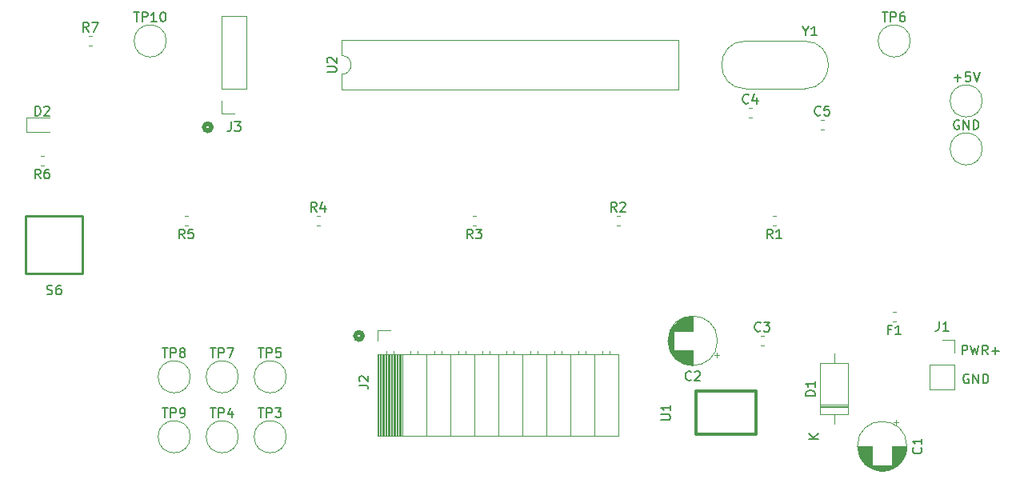
<source format=gto>
G04 #@! TF.GenerationSoftware,KiCad,Pcbnew,(5.1.0)-1*
G04 #@! TF.CreationDate,2019-04-13T14:57:07-07:00*
G04 #@! TF.ProjectId,AS.001.revA,41532e30-3031-42e7-9265-76412e6b6963,Rev A*
G04 #@! TF.SameCoordinates,Original*
G04 #@! TF.FileFunction,Legend,Top*
G04 #@! TF.FilePolarity,Positive*
%FSLAX46Y46*%
G04 Gerber Fmt 4.6, Leading zero omitted, Abs format (unit mm)*
G04 Created by KiCad (PCBNEW (5.1.0)-1) date 2019-04-13 14:57:07*
%MOMM*%
%LPD*%
G04 APERTURE LIST*
%ADD10C,0.150000*%
%ADD11C,0.508000*%
%ADD12C,0.120000*%
%ADD13C,0.254000*%
%ADD14C,0.300000*%
G04 APERTURE END LIST*
D10*
X153924095Y-91194000D02*
X153828857Y-91146380D01*
X153686000Y-91146380D01*
X153543142Y-91194000D01*
X153447904Y-91289238D01*
X153400285Y-91384476D01*
X153352666Y-91574952D01*
X153352666Y-91717809D01*
X153400285Y-91908285D01*
X153447904Y-92003523D01*
X153543142Y-92098761D01*
X153686000Y-92146380D01*
X153781238Y-92146380D01*
X153924095Y-92098761D01*
X153971714Y-92051142D01*
X153971714Y-91717809D01*
X153781238Y-91717809D01*
X154400285Y-92146380D02*
X154400285Y-91146380D01*
X154971714Y-92146380D01*
X154971714Y-91146380D01*
X155447904Y-92146380D02*
X155447904Y-91146380D01*
X155686000Y-91146380D01*
X155828857Y-91194000D01*
X155924095Y-91289238D01*
X155971714Y-91384476D01*
X156019333Y-91574952D01*
X156019333Y-91717809D01*
X155971714Y-91908285D01*
X155924095Y-92003523D01*
X155828857Y-92098761D01*
X155686000Y-92146380D01*
X155447904Y-92146380D01*
X153241619Y-89098380D02*
X153241619Y-88098380D01*
X153622571Y-88098380D01*
X153717809Y-88146000D01*
X153765428Y-88193619D01*
X153813047Y-88288857D01*
X153813047Y-88431714D01*
X153765428Y-88526952D01*
X153717809Y-88574571D01*
X153622571Y-88622190D01*
X153241619Y-88622190D01*
X154146380Y-88098380D02*
X154384476Y-89098380D01*
X154574952Y-88384095D01*
X154765428Y-89098380D01*
X155003523Y-88098380D01*
X155955904Y-89098380D02*
X155622571Y-88622190D01*
X155384476Y-89098380D02*
X155384476Y-88098380D01*
X155765428Y-88098380D01*
X155860666Y-88146000D01*
X155908285Y-88193619D01*
X155955904Y-88288857D01*
X155955904Y-88431714D01*
X155908285Y-88526952D01*
X155860666Y-88574571D01*
X155765428Y-88622190D01*
X155384476Y-88622190D01*
X156384476Y-88717428D02*
X157146380Y-88717428D01*
X156765428Y-89098380D02*
X156765428Y-88336476D01*
D11*
X73787000Y-65024000D02*
G75*
G03X73787000Y-65024000I-381000J0D01*
G01*
X89789000Y-87122000D02*
G75*
G03X89789000Y-87122000I-381000J0D01*
G01*
D12*
X146505000Y-96235225D02*
X146005000Y-96235225D01*
X146255000Y-95985225D02*
X146255000Y-96485225D01*
X145064000Y-101391000D02*
X144496000Y-101391000D01*
X145298000Y-101351000D02*
X144262000Y-101351000D01*
X145457000Y-101311000D02*
X144103000Y-101311000D01*
X145585000Y-101271000D02*
X143975000Y-101271000D01*
X145695000Y-101231000D02*
X143865000Y-101231000D01*
X145791000Y-101191000D02*
X143769000Y-101191000D01*
X145878000Y-101151000D02*
X143682000Y-101151000D01*
X145958000Y-101111000D02*
X143602000Y-101111000D01*
X146031000Y-101071000D02*
X143529000Y-101071000D01*
X146099000Y-101031000D02*
X143461000Y-101031000D01*
X146163000Y-100991000D02*
X143397000Y-100991000D01*
X146223000Y-100951000D02*
X143337000Y-100951000D01*
X146280000Y-100911000D02*
X143280000Y-100911000D01*
X146334000Y-100871000D02*
X143226000Y-100871000D01*
X146385000Y-100831000D02*
X143175000Y-100831000D01*
X143740000Y-100791000D02*
X143127000Y-100791000D01*
X146433000Y-100791000D02*
X145820000Y-100791000D01*
X143740000Y-100751000D02*
X143081000Y-100751000D01*
X146479000Y-100751000D02*
X145820000Y-100751000D01*
X143740000Y-100711000D02*
X143037000Y-100711000D01*
X146523000Y-100711000D02*
X145820000Y-100711000D01*
X143740000Y-100671000D02*
X142995000Y-100671000D01*
X146565000Y-100671000D02*
X145820000Y-100671000D01*
X143740000Y-100631000D02*
X142954000Y-100631000D01*
X146606000Y-100631000D02*
X145820000Y-100631000D01*
X143740000Y-100591000D02*
X142916000Y-100591000D01*
X146644000Y-100591000D02*
X145820000Y-100591000D01*
X143740000Y-100551000D02*
X142879000Y-100551000D01*
X146681000Y-100551000D02*
X145820000Y-100551000D01*
X143740000Y-100511000D02*
X142843000Y-100511000D01*
X146717000Y-100511000D02*
X145820000Y-100511000D01*
X143740000Y-100471000D02*
X142809000Y-100471000D01*
X146751000Y-100471000D02*
X145820000Y-100471000D01*
X143740000Y-100431000D02*
X142776000Y-100431000D01*
X146784000Y-100431000D02*
X145820000Y-100431000D01*
X143740000Y-100391000D02*
X142745000Y-100391000D01*
X146815000Y-100391000D02*
X145820000Y-100391000D01*
X143740000Y-100351000D02*
X142715000Y-100351000D01*
X146845000Y-100351000D02*
X145820000Y-100351000D01*
X143740000Y-100311000D02*
X142685000Y-100311000D01*
X146875000Y-100311000D02*
X145820000Y-100311000D01*
X143740000Y-100271000D02*
X142658000Y-100271000D01*
X146902000Y-100271000D02*
X145820000Y-100271000D01*
X143740000Y-100231000D02*
X142631000Y-100231000D01*
X146929000Y-100231000D02*
X145820000Y-100231000D01*
X143740000Y-100191000D02*
X142605000Y-100191000D01*
X146955000Y-100191000D02*
X145820000Y-100191000D01*
X143740000Y-100151000D02*
X142580000Y-100151000D01*
X146980000Y-100151000D02*
X145820000Y-100151000D01*
X143740000Y-100111000D02*
X142556000Y-100111000D01*
X147004000Y-100111000D02*
X145820000Y-100111000D01*
X143740000Y-100071000D02*
X142533000Y-100071000D01*
X147027000Y-100071000D02*
X145820000Y-100071000D01*
X143740000Y-100031000D02*
X142512000Y-100031000D01*
X147048000Y-100031000D02*
X145820000Y-100031000D01*
X143740000Y-99991000D02*
X142490000Y-99991000D01*
X147070000Y-99991000D02*
X145820000Y-99991000D01*
X143740000Y-99951000D02*
X142470000Y-99951000D01*
X147090000Y-99951000D02*
X145820000Y-99951000D01*
X143740000Y-99911000D02*
X142451000Y-99911000D01*
X147109000Y-99911000D02*
X145820000Y-99911000D01*
X143740000Y-99871000D02*
X142432000Y-99871000D01*
X147128000Y-99871000D02*
X145820000Y-99871000D01*
X143740000Y-99831000D02*
X142415000Y-99831000D01*
X147145000Y-99831000D02*
X145820000Y-99831000D01*
X143740000Y-99791000D02*
X142398000Y-99791000D01*
X147162000Y-99791000D02*
X145820000Y-99791000D01*
X143740000Y-99751000D02*
X142382000Y-99751000D01*
X147178000Y-99751000D02*
X145820000Y-99751000D01*
X143740000Y-99711000D02*
X142366000Y-99711000D01*
X147194000Y-99711000D02*
X145820000Y-99711000D01*
X143740000Y-99671000D02*
X142352000Y-99671000D01*
X147208000Y-99671000D02*
X145820000Y-99671000D01*
X143740000Y-99631000D02*
X142338000Y-99631000D01*
X147222000Y-99631000D02*
X145820000Y-99631000D01*
X143740000Y-99591000D02*
X142325000Y-99591000D01*
X147235000Y-99591000D02*
X145820000Y-99591000D01*
X143740000Y-99551000D02*
X142312000Y-99551000D01*
X147248000Y-99551000D02*
X145820000Y-99551000D01*
X143740000Y-99511000D02*
X142300000Y-99511000D01*
X147260000Y-99511000D02*
X145820000Y-99511000D01*
X143740000Y-99470000D02*
X142289000Y-99470000D01*
X147271000Y-99470000D02*
X145820000Y-99470000D01*
X143740000Y-99430000D02*
X142279000Y-99430000D01*
X147281000Y-99430000D02*
X145820000Y-99430000D01*
X143740000Y-99390000D02*
X142269000Y-99390000D01*
X147291000Y-99390000D02*
X145820000Y-99390000D01*
X143740000Y-99350000D02*
X142260000Y-99350000D01*
X147300000Y-99350000D02*
X145820000Y-99350000D01*
X143740000Y-99310000D02*
X142252000Y-99310000D01*
X147308000Y-99310000D02*
X145820000Y-99310000D01*
X143740000Y-99270000D02*
X142244000Y-99270000D01*
X147316000Y-99270000D02*
X145820000Y-99270000D01*
X143740000Y-99230000D02*
X142237000Y-99230000D01*
X147323000Y-99230000D02*
X145820000Y-99230000D01*
X143740000Y-99190000D02*
X142230000Y-99190000D01*
X147330000Y-99190000D02*
X145820000Y-99190000D01*
X143740000Y-99150000D02*
X142224000Y-99150000D01*
X147336000Y-99150000D02*
X145820000Y-99150000D01*
X143740000Y-99110000D02*
X142219000Y-99110000D01*
X147341000Y-99110000D02*
X145820000Y-99110000D01*
X143740000Y-99070000D02*
X142215000Y-99070000D01*
X147345000Y-99070000D02*
X145820000Y-99070000D01*
X143740000Y-99030000D02*
X142211000Y-99030000D01*
X147349000Y-99030000D02*
X145820000Y-99030000D01*
X143740000Y-98990000D02*
X142207000Y-98990000D01*
X147353000Y-98990000D02*
X145820000Y-98990000D01*
X143740000Y-98950000D02*
X142204000Y-98950000D01*
X147356000Y-98950000D02*
X145820000Y-98950000D01*
X143740000Y-98910000D02*
X142202000Y-98910000D01*
X147358000Y-98910000D02*
X145820000Y-98910000D01*
X143740000Y-98870000D02*
X142201000Y-98870000D01*
X147359000Y-98870000D02*
X145820000Y-98870000D01*
X147360000Y-98830000D02*
X145820000Y-98830000D01*
X143740000Y-98830000D02*
X142200000Y-98830000D01*
X147360000Y-98790000D02*
X145820000Y-98790000D01*
X143740000Y-98790000D02*
X142200000Y-98790000D01*
X147400000Y-98790000D02*
G75*
G03X147400000Y-98790000I-2620000J0D01*
G01*
X127350000Y-87630000D02*
G75*
G03X127350000Y-87630000I-2620000J0D01*
G01*
X124730000Y-86590000D02*
X124730000Y-85050000D01*
X124730000Y-90210000D02*
X124730000Y-88670000D01*
X124690000Y-86590000D02*
X124690000Y-85050000D01*
X124690000Y-90210000D02*
X124690000Y-88670000D01*
X124650000Y-90209000D02*
X124650000Y-88670000D01*
X124650000Y-86590000D02*
X124650000Y-85051000D01*
X124610000Y-90208000D02*
X124610000Y-88670000D01*
X124610000Y-86590000D02*
X124610000Y-85052000D01*
X124570000Y-90206000D02*
X124570000Y-88670000D01*
X124570000Y-86590000D02*
X124570000Y-85054000D01*
X124530000Y-90203000D02*
X124530000Y-88670000D01*
X124530000Y-86590000D02*
X124530000Y-85057000D01*
X124490000Y-90199000D02*
X124490000Y-88670000D01*
X124490000Y-86590000D02*
X124490000Y-85061000D01*
X124450000Y-90195000D02*
X124450000Y-88670000D01*
X124450000Y-86590000D02*
X124450000Y-85065000D01*
X124410000Y-90191000D02*
X124410000Y-88670000D01*
X124410000Y-86590000D02*
X124410000Y-85069000D01*
X124370000Y-90186000D02*
X124370000Y-88670000D01*
X124370000Y-86590000D02*
X124370000Y-85074000D01*
X124330000Y-90180000D02*
X124330000Y-88670000D01*
X124330000Y-86590000D02*
X124330000Y-85080000D01*
X124290000Y-90173000D02*
X124290000Y-88670000D01*
X124290000Y-86590000D02*
X124290000Y-85087000D01*
X124250000Y-90166000D02*
X124250000Y-88670000D01*
X124250000Y-86590000D02*
X124250000Y-85094000D01*
X124210000Y-90158000D02*
X124210000Y-88670000D01*
X124210000Y-86590000D02*
X124210000Y-85102000D01*
X124170000Y-90150000D02*
X124170000Y-88670000D01*
X124170000Y-86590000D02*
X124170000Y-85110000D01*
X124130000Y-90141000D02*
X124130000Y-88670000D01*
X124130000Y-86590000D02*
X124130000Y-85119000D01*
X124090000Y-90131000D02*
X124090000Y-88670000D01*
X124090000Y-86590000D02*
X124090000Y-85129000D01*
X124050000Y-90121000D02*
X124050000Y-88670000D01*
X124050000Y-86590000D02*
X124050000Y-85139000D01*
X124009000Y-90110000D02*
X124009000Y-88670000D01*
X124009000Y-86590000D02*
X124009000Y-85150000D01*
X123969000Y-90098000D02*
X123969000Y-88670000D01*
X123969000Y-86590000D02*
X123969000Y-85162000D01*
X123929000Y-90085000D02*
X123929000Y-88670000D01*
X123929000Y-86590000D02*
X123929000Y-85175000D01*
X123889000Y-90072000D02*
X123889000Y-88670000D01*
X123889000Y-86590000D02*
X123889000Y-85188000D01*
X123849000Y-90058000D02*
X123849000Y-88670000D01*
X123849000Y-86590000D02*
X123849000Y-85202000D01*
X123809000Y-90044000D02*
X123809000Y-88670000D01*
X123809000Y-86590000D02*
X123809000Y-85216000D01*
X123769000Y-90028000D02*
X123769000Y-88670000D01*
X123769000Y-86590000D02*
X123769000Y-85232000D01*
X123729000Y-90012000D02*
X123729000Y-88670000D01*
X123729000Y-86590000D02*
X123729000Y-85248000D01*
X123689000Y-89995000D02*
X123689000Y-88670000D01*
X123689000Y-86590000D02*
X123689000Y-85265000D01*
X123649000Y-89978000D02*
X123649000Y-88670000D01*
X123649000Y-86590000D02*
X123649000Y-85282000D01*
X123609000Y-89959000D02*
X123609000Y-88670000D01*
X123609000Y-86590000D02*
X123609000Y-85301000D01*
X123569000Y-89940000D02*
X123569000Y-88670000D01*
X123569000Y-86590000D02*
X123569000Y-85320000D01*
X123529000Y-89920000D02*
X123529000Y-88670000D01*
X123529000Y-86590000D02*
X123529000Y-85340000D01*
X123489000Y-89898000D02*
X123489000Y-88670000D01*
X123489000Y-86590000D02*
X123489000Y-85362000D01*
X123449000Y-89877000D02*
X123449000Y-88670000D01*
X123449000Y-86590000D02*
X123449000Y-85383000D01*
X123409000Y-89854000D02*
X123409000Y-88670000D01*
X123409000Y-86590000D02*
X123409000Y-85406000D01*
X123369000Y-89830000D02*
X123369000Y-88670000D01*
X123369000Y-86590000D02*
X123369000Y-85430000D01*
X123329000Y-89805000D02*
X123329000Y-88670000D01*
X123329000Y-86590000D02*
X123329000Y-85455000D01*
X123289000Y-89779000D02*
X123289000Y-88670000D01*
X123289000Y-86590000D02*
X123289000Y-85481000D01*
X123249000Y-89752000D02*
X123249000Y-88670000D01*
X123249000Y-86590000D02*
X123249000Y-85508000D01*
X123209000Y-89725000D02*
X123209000Y-88670000D01*
X123209000Y-86590000D02*
X123209000Y-85535000D01*
X123169000Y-89695000D02*
X123169000Y-88670000D01*
X123169000Y-86590000D02*
X123169000Y-85565000D01*
X123129000Y-89665000D02*
X123129000Y-88670000D01*
X123129000Y-86590000D02*
X123129000Y-85595000D01*
X123089000Y-89634000D02*
X123089000Y-88670000D01*
X123089000Y-86590000D02*
X123089000Y-85626000D01*
X123049000Y-89601000D02*
X123049000Y-88670000D01*
X123049000Y-86590000D02*
X123049000Y-85659000D01*
X123009000Y-89567000D02*
X123009000Y-88670000D01*
X123009000Y-86590000D02*
X123009000Y-85693000D01*
X122969000Y-89531000D02*
X122969000Y-88670000D01*
X122969000Y-86590000D02*
X122969000Y-85729000D01*
X122929000Y-89494000D02*
X122929000Y-88670000D01*
X122929000Y-86590000D02*
X122929000Y-85766000D01*
X122889000Y-89456000D02*
X122889000Y-88670000D01*
X122889000Y-86590000D02*
X122889000Y-85804000D01*
X122849000Y-89415000D02*
X122849000Y-88670000D01*
X122849000Y-86590000D02*
X122849000Y-85845000D01*
X122809000Y-89373000D02*
X122809000Y-88670000D01*
X122809000Y-86590000D02*
X122809000Y-85887000D01*
X122769000Y-89329000D02*
X122769000Y-88670000D01*
X122769000Y-86590000D02*
X122769000Y-85931000D01*
X122729000Y-89283000D02*
X122729000Y-88670000D01*
X122729000Y-86590000D02*
X122729000Y-85977000D01*
X122689000Y-89235000D02*
X122689000Y-86025000D01*
X122649000Y-89184000D02*
X122649000Y-86076000D01*
X122609000Y-89130000D02*
X122609000Y-86130000D01*
X122569000Y-89073000D02*
X122569000Y-86187000D01*
X122529000Y-89013000D02*
X122529000Y-86247000D01*
X122489000Y-88949000D02*
X122489000Y-86311000D01*
X122449000Y-88881000D02*
X122449000Y-86379000D01*
X122409000Y-88808000D02*
X122409000Y-86452000D01*
X122369000Y-88728000D02*
X122369000Y-86532000D01*
X122329000Y-88641000D02*
X122329000Y-86619000D01*
X122289000Y-88545000D02*
X122289000Y-86715000D01*
X122249000Y-88435000D02*
X122249000Y-86825000D01*
X122209000Y-88307000D02*
X122209000Y-86953000D01*
X122169000Y-88148000D02*
X122169000Y-87112000D01*
X122129000Y-87914000D02*
X122129000Y-87346000D01*
X127534775Y-89105000D02*
X127034775Y-89105000D01*
X127284775Y-89355000D02*
X127284775Y-88855000D01*
X138230000Y-95430000D02*
X141170000Y-95430000D01*
X141170000Y-95430000D02*
X141170000Y-89990000D01*
X141170000Y-89990000D02*
X138230000Y-89990000D01*
X138230000Y-89990000D02*
X138230000Y-95430000D01*
X139700000Y-96450000D02*
X139700000Y-95430000D01*
X139700000Y-88970000D02*
X139700000Y-89990000D01*
X138230000Y-94530000D02*
X141170000Y-94530000D01*
X138230000Y-94410000D02*
X141170000Y-94410000D01*
X138230000Y-94650000D02*
X141170000Y-94650000D01*
X149800000Y-90170000D02*
X152460000Y-90170000D01*
X149800000Y-90170000D02*
X149800000Y-92770000D01*
X149800000Y-92770000D02*
X152460000Y-92770000D01*
X152460000Y-90170000D02*
X152460000Y-92770000D01*
X152460000Y-87570000D02*
X152460000Y-88900000D01*
X151130000Y-87570000D02*
X152460000Y-87570000D01*
X91500000Y-97720000D02*
X91500000Y-89090000D01*
X91618095Y-97720000D02*
X91618095Y-89090000D01*
X91736190Y-97720000D02*
X91736190Y-89090000D01*
X91854285Y-97720000D02*
X91854285Y-89090000D01*
X91972380Y-97720000D02*
X91972380Y-89090000D01*
X92090475Y-97720000D02*
X92090475Y-89090000D01*
X92208570Y-97720000D02*
X92208570Y-89090000D01*
X92326665Y-97720000D02*
X92326665Y-89090000D01*
X92444760Y-97720000D02*
X92444760Y-89090000D01*
X92562855Y-97720000D02*
X92562855Y-89090000D01*
X92680950Y-97720000D02*
X92680950Y-89090000D01*
X92799045Y-97720000D02*
X92799045Y-89090000D01*
X92917140Y-97720000D02*
X92917140Y-89090000D01*
X93035235Y-97720000D02*
X93035235Y-89090000D01*
X93153330Y-97720000D02*
X93153330Y-89090000D01*
X93271425Y-97720000D02*
X93271425Y-89090000D01*
X93389520Y-97720000D02*
X93389520Y-89090000D01*
X93507615Y-97720000D02*
X93507615Y-89090000D01*
X93625710Y-97720000D02*
X93625710Y-89090000D01*
X93743805Y-97720000D02*
X93743805Y-89090000D01*
X93861900Y-97720000D02*
X93861900Y-89090000D01*
X92350000Y-89090000D02*
X92350000Y-88740000D01*
X93070000Y-89090000D02*
X93070000Y-88740000D01*
X94890000Y-89090000D02*
X94890000Y-88680000D01*
X95610000Y-89090000D02*
X95610000Y-88680000D01*
X97430000Y-89090000D02*
X97430000Y-88680000D01*
X98150000Y-89090000D02*
X98150000Y-88680000D01*
X99970000Y-89090000D02*
X99970000Y-88680000D01*
X100690000Y-89090000D02*
X100690000Y-88680000D01*
X102510000Y-89090000D02*
X102510000Y-88680000D01*
X103230000Y-89090000D02*
X103230000Y-88680000D01*
X105050000Y-89090000D02*
X105050000Y-88680000D01*
X105770000Y-89090000D02*
X105770000Y-88680000D01*
X107590000Y-89090000D02*
X107590000Y-88680000D01*
X108310000Y-89090000D02*
X108310000Y-88680000D01*
X110130000Y-89090000D02*
X110130000Y-88680000D01*
X110850000Y-89090000D02*
X110850000Y-88680000D01*
X112670000Y-89090000D02*
X112670000Y-88680000D01*
X113390000Y-89090000D02*
X113390000Y-88680000D01*
X115210000Y-89090000D02*
X115210000Y-88680000D01*
X115930000Y-89090000D02*
X115930000Y-88680000D01*
X93980000Y-97720000D02*
X93980000Y-89090000D01*
X96520000Y-97720000D02*
X96520000Y-89090000D01*
X99060000Y-97720000D02*
X99060000Y-89090000D01*
X101600000Y-97720000D02*
X101600000Y-89090000D01*
X104140000Y-97720000D02*
X104140000Y-89090000D01*
X106680000Y-97720000D02*
X106680000Y-89090000D01*
X109220000Y-97720000D02*
X109220000Y-89090000D01*
X111760000Y-97720000D02*
X111760000Y-89090000D01*
X114300000Y-97720000D02*
X114300000Y-89090000D01*
X91380000Y-97720000D02*
X91380000Y-89090000D01*
X91380000Y-89090000D02*
X116900000Y-89090000D01*
X116900000Y-97720000D02*
X116900000Y-89090000D01*
X91380000Y-97720000D02*
X116900000Y-97720000D01*
X91380000Y-86520000D02*
X92710000Y-86520000D01*
X91380000Y-87630000D02*
X91380000Y-86520000D01*
X77530000Y-60960000D02*
X74870000Y-60960000D01*
X77530000Y-60960000D02*
X77530000Y-53280000D01*
X77530000Y-53280000D02*
X74870000Y-53280000D01*
X74870000Y-60960000D02*
X74870000Y-53280000D01*
X74870000Y-63560000D02*
X74870000Y-62230000D01*
X76200000Y-63560000D02*
X74870000Y-63560000D01*
D13*
X60172600Y-80492600D02*
X54127400Y-80492600D01*
X60172600Y-74447400D02*
X54127400Y-74447400D01*
X60172600Y-80492600D02*
X60172600Y-74447400D01*
X54127400Y-80492600D02*
X54127400Y-74447400D01*
D12*
X155370000Y-62230000D02*
G75*
G03X155370000Y-62230000I-1700000J0D01*
G01*
X155370000Y-67310000D02*
G75*
G03X155370000Y-67310000I-1700000J0D01*
G01*
X81710000Y-97790000D02*
G75*
G03X81710000Y-97790000I-1700000J0D01*
G01*
X76630000Y-97790000D02*
G75*
G03X76630000Y-97790000I-1700000J0D01*
G01*
X81710000Y-91440000D02*
G75*
G03X81710000Y-91440000I-1700000J0D01*
G01*
X147750000Y-55880000D02*
G75*
G03X147750000Y-55880000I-1700000J0D01*
G01*
X76630000Y-91440000D02*
G75*
G03X76630000Y-91440000I-1700000J0D01*
G01*
X71550000Y-91440000D02*
G75*
G03X71550000Y-91440000I-1700000J0D01*
G01*
X71550000Y-97790000D02*
G75*
G03X71550000Y-97790000I-1700000J0D01*
G01*
X69010000Y-55880000D02*
G75*
G03X69010000Y-55880000I-1700000J0D01*
G01*
D14*
X125120000Y-97550000D02*
X125120000Y-92950000D01*
X131420000Y-97550000D02*
X131420000Y-92950000D01*
X125120000Y-97550000D02*
X131420000Y-97550000D01*
X125120000Y-92950000D02*
X131420000Y-92950000D01*
D12*
X87570000Y-57420000D02*
G75*
G02X87570000Y-59420000I0J-1000000D01*
G01*
X87570000Y-59420000D02*
X87570000Y-61070000D01*
X87570000Y-61070000D02*
X123250000Y-61070000D01*
X123250000Y-61070000D02*
X123250000Y-55770000D01*
X123250000Y-55770000D02*
X87570000Y-55770000D01*
X87570000Y-55770000D02*
X87570000Y-57420000D01*
X136575000Y-60945000D02*
X130325000Y-60945000D01*
X136575000Y-55895000D02*
X130325000Y-55895000D01*
X136575000Y-55895000D02*
G75*
G02X136575000Y-60945000I0J-2525000D01*
G01*
X130325000Y-55895000D02*
G75*
G03X130325000Y-60945000I0J-2525000D01*
G01*
X131908733Y-87120000D02*
X132251267Y-87120000D01*
X131908733Y-88140000D02*
X132251267Y-88140000D01*
X130638733Y-62990000D02*
X130981267Y-62990000D01*
X130638733Y-64010000D02*
X130981267Y-64010000D01*
X138258733Y-65280000D02*
X138601267Y-65280000D01*
X138258733Y-64260000D02*
X138601267Y-64260000D01*
X56680000Y-64035000D02*
X54220000Y-64035000D01*
X54220000Y-64035000D02*
X54220000Y-65505000D01*
X54220000Y-65505000D02*
X56680000Y-65505000D01*
X146221267Y-85600000D02*
X145878733Y-85600000D01*
X146221267Y-84580000D02*
X145878733Y-84580000D01*
X133521267Y-74420000D02*
X133178733Y-74420000D01*
X133521267Y-75440000D02*
X133178733Y-75440000D01*
X116668733Y-75440000D02*
X117011267Y-75440000D01*
X116668733Y-74420000D02*
X117011267Y-74420000D01*
X101771267Y-75440000D02*
X101428733Y-75440000D01*
X101771267Y-74420000D02*
X101428733Y-74420000D01*
X84918733Y-74420000D02*
X85261267Y-74420000D01*
X84918733Y-75440000D02*
X85261267Y-75440000D01*
X71291267Y-74420000D02*
X70948733Y-74420000D01*
X71291267Y-75440000D02*
X70948733Y-75440000D01*
X56051267Y-69090000D02*
X55708733Y-69090000D01*
X56051267Y-68070000D02*
X55708733Y-68070000D01*
X60788733Y-56390000D02*
X61131267Y-56390000D01*
X60788733Y-55370000D02*
X61131267Y-55370000D01*
D10*
X148887142Y-98956666D02*
X148934761Y-99004285D01*
X148982380Y-99147142D01*
X148982380Y-99242380D01*
X148934761Y-99385238D01*
X148839523Y-99480476D01*
X148744285Y-99528095D01*
X148553809Y-99575714D01*
X148410952Y-99575714D01*
X148220476Y-99528095D01*
X148125238Y-99480476D01*
X148030000Y-99385238D01*
X147982380Y-99242380D01*
X147982380Y-99147142D01*
X148030000Y-99004285D01*
X148077619Y-98956666D01*
X148982380Y-98004285D02*
X148982380Y-98575714D01*
X148982380Y-98290000D02*
X147982380Y-98290000D01*
X148125238Y-98385238D01*
X148220476Y-98480476D01*
X148268095Y-98575714D01*
X124563333Y-91737142D02*
X124515714Y-91784761D01*
X124372857Y-91832380D01*
X124277619Y-91832380D01*
X124134761Y-91784761D01*
X124039523Y-91689523D01*
X123991904Y-91594285D01*
X123944285Y-91403809D01*
X123944285Y-91260952D01*
X123991904Y-91070476D01*
X124039523Y-90975238D01*
X124134761Y-90880000D01*
X124277619Y-90832380D01*
X124372857Y-90832380D01*
X124515714Y-90880000D01*
X124563333Y-90927619D01*
X124944285Y-90927619D02*
X124991904Y-90880000D01*
X125087142Y-90832380D01*
X125325238Y-90832380D01*
X125420476Y-90880000D01*
X125468095Y-90927619D01*
X125515714Y-91022857D01*
X125515714Y-91118095D01*
X125468095Y-91260952D01*
X124896666Y-91832380D01*
X125515714Y-91832380D01*
X137682380Y-93448095D02*
X136682380Y-93448095D01*
X136682380Y-93210000D01*
X136730000Y-93067142D01*
X136825238Y-92971904D01*
X136920476Y-92924285D01*
X137110952Y-92876666D01*
X137253809Y-92876666D01*
X137444285Y-92924285D01*
X137539523Y-92971904D01*
X137634761Y-93067142D01*
X137682380Y-93210000D01*
X137682380Y-93448095D01*
X137682380Y-91924285D02*
X137682380Y-92495714D01*
X137682380Y-92210000D02*
X136682380Y-92210000D01*
X136825238Y-92305238D01*
X136920476Y-92400476D01*
X136968095Y-92495714D01*
X138052380Y-98051904D02*
X137052380Y-98051904D01*
X138052380Y-97480476D02*
X137480952Y-97909047D01*
X137052380Y-97480476D02*
X137623809Y-98051904D01*
X150796666Y-85582380D02*
X150796666Y-86296666D01*
X150749047Y-86439523D01*
X150653809Y-86534761D01*
X150510952Y-86582380D01*
X150415714Y-86582380D01*
X151796666Y-86582380D02*
X151225238Y-86582380D01*
X151510952Y-86582380D02*
X151510952Y-85582380D01*
X151415714Y-85725238D01*
X151320476Y-85820476D01*
X151225238Y-85868095D01*
X89392380Y-92343333D02*
X90106666Y-92343333D01*
X90249523Y-92390952D01*
X90344761Y-92486190D01*
X90392380Y-92629047D01*
X90392380Y-92724285D01*
X89487619Y-91914761D02*
X89440000Y-91867142D01*
X89392380Y-91771904D01*
X89392380Y-91533809D01*
X89440000Y-91438571D01*
X89487619Y-91390952D01*
X89582857Y-91343333D01*
X89678095Y-91343333D01*
X89820952Y-91390952D01*
X90392380Y-91962380D01*
X90392380Y-91343333D01*
X75866666Y-64452380D02*
X75866666Y-65166666D01*
X75819047Y-65309523D01*
X75723809Y-65404761D01*
X75580952Y-65452380D01*
X75485714Y-65452380D01*
X76247619Y-64452380D02*
X76866666Y-64452380D01*
X76533333Y-64833333D01*
X76676190Y-64833333D01*
X76771428Y-64880952D01*
X76819047Y-64928571D01*
X76866666Y-65023809D01*
X76866666Y-65261904D01*
X76819047Y-65357142D01*
X76771428Y-65404761D01*
X76676190Y-65452380D01*
X76390476Y-65452380D01*
X76295238Y-65404761D01*
X76247619Y-65357142D01*
X56388095Y-82700761D02*
X56530952Y-82748380D01*
X56769047Y-82748380D01*
X56864285Y-82700761D01*
X56911904Y-82653142D01*
X56959523Y-82557904D01*
X56959523Y-82462666D01*
X56911904Y-82367428D01*
X56864285Y-82319809D01*
X56769047Y-82272190D01*
X56578571Y-82224571D01*
X56483333Y-82176952D01*
X56435714Y-82129333D01*
X56388095Y-82034095D01*
X56388095Y-81938857D01*
X56435714Y-81843619D01*
X56483333Y-81796000D01*
X56578571Y-81748380D01*
X56816666Y-81748380D01*
X56959523Y-81796000D01*
X57816666Y-81748380D02*
X57626190Y-81748380D01*
X57530952Y-81796000D01*
X57483333Y-81843619D01*
X57388095Y-81986476D01*
X57340476Y-82176952D01*
X57340476Y-82557904D01*
X57388095Y-82653142D01*
X57435714Y-82700761D01*
X57530952Y-82748380D01*
X57721428Y-82748380D01*
X57816666Y-82700761D01*
X57864285Y-82653142D01*
X57911904Y-82557904D01*
X57911904Y-82319809D01*
X57864285Y-82224571D01*
X57816666Y-82176952D01*
X57721428Y-82129333D01*
X57530952Y-82129333D01*
X57435714Y-82176952D01*
X57388095Y-82224571D01*
X57340476Y-82319809D01*
X152384285Y-59803428D02*
X153146190Y-59803428D01*
X152765238Y-60184380D02*
X152765238Y-59422476D01*
X154098571Y-59184380D02*
X153622380Y-59184380D01*
X153574761Y-59660571D01*
X153622380Y-59612952D01*
X153717619Y-59565333D01*
X153955714Y-59565333D01*
X154050952Y-59612952D01*
X154098571Y-59660571D01*
X154146190Y-59755809D01*
X154146190Y-59993904D01*
X154098571Y-60089142D01*
X154050952Y-60136761D01*
X153955714Y-60184380D01*
X153717619Y-60184380D01*
X153622380Y-60136761D01*
X153574761Y-60089142D01*
X154431904Y-59184380D02*
X154765238Y-60184380D01*
X155098571Y-59184380D01*
X152908095Y-64312000D02*
X152812857Y-64264380D01*
X152670000Y-64264380D01*
X152527142Y-64312000D01*
X152431904Y-64407238D01*
X152384285Y-64502476D01*
X152336666Y-64692952D01*
X152336666Y-64835809D01*
X152384285Y-65026285D01*
X152431904Y-65121523D01*
X152527142Y-65216761D01*
X152670000Y-65264380D01*
X152765238Y-65264380D01*
X152908095Y-65216761D01*
X152955714Y-65169142D01*
X152955714Y-64835809D01*
X152765238Y-64835809D01*
X153384285Y-65264380D02*
X153384285Y-64264380D01*
X153955714Y-65264380D01*
X153955714Y-64264380D01*
X154431904Y-65264380D02*
X154431904Y-64264380D01*
X154670000Y-64264380D01*
X154812857Y-64312000D01*
X154908095Y-64407238D01*
X154955714Y-64502476D01*
X155003333Y-64692952D01*
X155003333Y-64835809D01*
X154955714Y-65026285D01*
X154908095Y-65121523D01*
X154812857Y-65216761D01*
X154670000Y-65264380D01*
X154431904Y-65264380D01*
X78748095Y-94744380D02*
X79319523Y-94744380D01*
X79033809Y-95744380D02*
X79033809Y-94744380D01*
X79652857Y-95744380D02*
X79652857Y-94744380D01*
X80033809Y-94744380D01*
X80129047Y-94792000D01*
X80176666Y-94839619D01*
X80224285Y-94934857D01*
X80224285Y-95077714D01*
X80176666Y-95172952D01*
X80129047Y-95220571D01*
X80033809Y-95268190D01*
X79652857Y-95268190D01*
X80557619Y-94744380D02*
X81176666Y-94744380D01*
X80843333Y-95125333D01*
X80986190Y-95125333D01*
X81081428Y-95172952D01*
X81129047Y-95220571D01*
X81176666Y-95315809D01*
X81176666Y-95553904D01*
X81129047Y-95649142D01*
X81081428Y-95696761D01*
X80986190Y-95744380D01*
X80700476Y-95744380D01*
X80605238Y-95696761D01*
X80557619Y-95649142D01*
X73668095Y-94744380D02*
X74239523Y-94744380D01*
X73953809Y-95744380D02*
X73953809Y-94744380D01*
X74572857Y-95744380D02*
X74572857Y-94744380D01*
X74953809Y-94744380D01*
X75049047Y-94792000D01*
X75096666Y-94839619D01*
X75144285Y-94934857D01*
X75144285Y-95077714D01*
X75096666Y-95172952D01*
X75049047Y-95220571D01*
X74953809Y-95268190D01*
X74572857Y-95268190D01*
X76001428Y-95077714D02*
X76001428Y-95744380D01*
X75763333Y-94696761D02*
X75525238Y-95411047D01*
X76144285Y-95411047D01*
X78748095Y-88394380D02*
X79319523Y-88394380D01*
X79033809Y-89394380D02*
X79033809Y-88394380D01*
X79652857Y-89394380D02*
X79652857Y-88394380D01*
X80033809Y-88394380D01*
X80129047Y-88442000D01*
X80176666Y-88489619D01*
X80224285Y-88584857D01*
X80224285Y-88727714D01*
X80176666Y-88822952D01*
X80129047Y-88870571D01*
X80033809Y-88918190D01*
X79652857Y-88918190D01*
X81129047Y-88394380D02*
X80652857Y-88394380D01*
X80605238Y-88870571D01*
X80652857Y-88822952D01*
X80748095Y-88775333D01*
X80986190Y-88775333D01*
X81081428Y-88822952D01*
X81129047Y-88870571D01*
X81176666Y-88965809D01*
X81176666Y-89203904D01*
X81129047Y-89299142D01*
X81081428Y-89346761D01*
X80986190Y-89394380D01*
X80748095Y-89394380D01*
X80652857Y-89346761D01*
X80605238Y-89299142D01*
X144788095Y-52834380D02*
X145359523Y-52834380D01*
X145073809Y-53834380D02*
X145073809Y-52834380D01*
X145692857Y-53834380D02*
X145692857Y-52834380D01*
X146073809Y-52834380D01*
X146169047Y-52882000D01*
X146216666Y-52929619D01*
X146264285Y-53024857D01*
X146264285Y-53167714D01*
X146216666Y-53262952D01*
X146169047Y-53310571D01*
X146073809Y-53358190D01*
X145692857Y-53358190D01*
X147121428Y-52834380D02*
X146930952Y-52834380D01*
X146835714Y-52882000D01*
X146788095Y-52929619D01*
X146692857Y-53072476D01*
X146645238Y-53262952D01*
X146645238Y-53643904D01*
X146692857Y-53739142D01*
X146740476Y-53786761D01*
X146835714Y-53834380D01*
X147026190Y-53834380D01*
X147121428Y-53786761D01*
X147169047Y-53739142D01*
X147216666Y-53643904D01*
X147216666Y-53405809D01*
X147169047Y-53310571D01*
X147121428Y-53262952D01*
X147026190Y-53215333D01*
X146835714Y-53215333D01*
X146740476Y-53262952D01*
X146692857Y-53310571D01*
X146645238Y-53405809D01*
X73668095Y-88394380D02*
X74239523Y-88394380D01*
X73953809Y-89394380D02*
X73953809Y-88394380D01*
X74572857Y-89394380D02*
X74572857Y-88394380D01*
X74953809Y-88394380D01*
X75049047Y-88442000D01*
X75096666Y-88489619D01*
X75144285Y-88584857D01*
X75144285Y-88727714D01*
X75096666Y-88822952D01*
X75049047Y-88870571D01*
X74953809Y-88918190D01*
X74572857Y-88918190D01*
X75477619Y-88394380D02*
X76144285Y-88394380D01*
X75715714Y-89394380D01*
X68588095Y-88394380D02*
X69159523Y-88394380D01*
X68873809Y-89394380D02*
X68873809Y-88394380D01*
X69492857Y-89394380D02*
X69492857Y-88394380D01*
X69873809Y-88394380D01*
X69969047Y-88442000D01*
X70016666Y-88489619D01*
X70064285Y-88584857D01*
X70064285Y-88727714D01*
X70016666Y-88822952D01*
X69969047Y-88870571D01*
X69873809Y-88918190D01*
X69492857Y-88918190D01*
X70635714Y-88822952D02*
X70540476Y-88775333D01*
X70492857Y-88727714D01*
X70445238Y-88632476D01*
X70445238Y-88584857D01*
X70492857Y-88489619D01*
X70540476Y-88442000D01*
X70635714Y-88394380D01*
X70826190Y-88394380D01*
X70921428Y-88442000D01*
X70969047Y-88489619D01*
X71016666Y-88584857D01*
X71016666Y-88632476D01*
X70969047Y-88727714D01*
X70921428Y-88775333D01*
X70826190Y-88822952D01*
X70635714Y-88822952D01*
X70540476Y-88870571D01*
X70492857Y-88918190D01*
X70445238Y-89013428D01*
X70445238Y-89203904D01*
X70492857Y-89299142D01*
X70540476Y-89346761D01*
X70635714Y-89394380D01*
X70826190Y-89394380D01*
X70921428Y-89346761D01*
X70969047Y-89299142D01*
X71016666Y-89203904D01*
X71016666Y-89013428D01*
X70969047Y-88918190D01*
X70921428Y-88870571D01*
X70826190Y-88822952D01*
X68588095Y-94744380D02*
X69159523Y-94744380D01*
X68873809Y-95744380D02*
X68873809Y-94744380D01*
X69492857Y-95744380D02*
X69492857Y-94744380D01*
X69873809Y-94744380D01*
X69969047Y-94792000D01*
X70016666Y-94839619D01*
X70064285Y-94934857D01*
X70064285Y-95077714D01*
X70016666Y-95172952D01*
X69969047Y-95220571D01*
X69873809Y-95268190D01*
X69492857Y-95268190D01*
X70540476Y-95744380D02*
X70730952Y-95744380D01*
X70826190Y-95696761D01*
X70873809Y-95649142D01*
X70969047Y-95506285D01*
X71016666Y-95315809D01*
X71016666Y-94934857D01*
X70969047Y-94839619D01*
X70921428Y-94792000D01*
X70826190Y-94744380D01*
X70635714Y-94744380D01*
X70540476Y-94792000D01*
X70492857Y-94839619D01*
X70445238Y-94934857D01*
X70445238Y-95172952D01*
X70492857Y-95268190D01*
X70540476Y-95315809D01*
X70635714Y-95363428D01*
X70826190Y-95363428D01*
X70921428Y-95315809D01*
X70969047Y-95268190D01*
X71016666Y-95172952D01*
X65571904Y-52834380D02*
X66143333Y-52834380D01*
X65857619Y-53834380D02*
X65857619Y-52834380D01*
X66476666Y-53834380D02*
X66476666Y-52834380D01*
X66857619Y-52834380D01*
X66952857Y-52882000D01*
X67000476Y-52929619D01*
X67048095Y-53024857D01*
X67048095Y-53167714D01*
X67000476Y-53262952D01*
X66952857Y-53310571D01*
X66857619Y-53358190D01*
X66476666Y-53358190D01*
X68000476Y-53834380D02*
X67429047Y-53834380D01*
X67714761Y-53834380D02*
X67714761Y-52834380D01*
X67619523Y-52977238D01*
X67524285Y-53072476D01*
X67429047Y-53120095D01*
X68619523Y-52834380D02*
X68714761Y-52834380D01*
X68810000Y-52882000D01*
X68857619Y-52929619D01*
X68905238Y-53024857D01*
X68952857Y-53215333D01*
X68952857Y-53453428D01*
X68905238Y-53643904D01*
X68857619Y-53739142D01*
X68810000Y-53786761D01*
X68714761Y-53834380D01*
X68619523Y-53834380D01*
X68524285Y-53786761D01*
X68476666Y-53739142D01*
X68429047Y-53643904D01*
X68381428Y-53453428D01*
X68381428Y-53215333D01*
X68429047Y-53024857D01*
X68476666Y-52929619D01*
X68524285Y-52882000D01*
X68619523Y-52834380D01*
X121372380Y-96011904D02*
X122181904Y-96011904D01*
X122277142Y-95964285D01*
X122324761Y-95916666D01*
X122372380Y-95821428D01*
X122372380Y-95630952D01*
X122324761Y-95535714D01*
X122277142Y-95488095D01*
X122181904Y-95440476D01*
X121372380Y-95440476D01*
X122372380Y-94440476D02*
X122372380Y-95011904D01*
X122372380Y-94726190D02*
X121372380Y-94726190D01*
X121515238Y-94821428D01*
X121610476Y-94916666D01*
X121658095Y-95011904D01*
X86022380Y-59181904D02*
X86831904Y-59181904D01*
X86927142Y-59134285D01*
X86974761Y-59086666D01*
X87022380Y-58991428D01*
X87022380Y-58800952D01*
X86974761Y-58705714D01*
X86927142Y-58658095D01*
X86831904Y-58610476D01*
X86022380Y-58610476D01*
X86117619Y-58181904D02*
X86070000Y-58134285D01*
X86022380Y-58039047D01*
X86022380Y-57800952D01*
X86070000Y-57705714D01*
X86117619Y-57658095D01*
X86212857Y-57610476D01*
X86308095Y-57610476D01*
X86450952Y-57658095D01*
X87022380Y-58229523D01*
X87022380Y-57610476D01*
X136683809Y-54840190D02*
X136683809Y-55316380D01*
X136350476Y-54316380D02*
X136683809Y-54840190D01*
X137017142Y-54316380D01*
X137874285Y-55316380D02*
X137302857Y-55316380D01*
X137588571Y-55316380D02*
X137588571Y-54316380D01*
X137493333Y-54459238D01*
X137398095Y-54554476D01*
X137302857Y-54602095D01*
X131913333Y-86557142D02*
X131865714Y-86604761D01*
X131722857Y-86652380D01*
X131627619Y-86652380D01*
X131484761Y-86604761D01*
X131389523Y-86509523D01*
X131341904Y-86414285D01*
X131294285Y-86223809D01*
X131294285Y-86080952D01*
X131341904Y-85890476D01*
X131389523Y-85795238D01*
X131484761Y-85700000D01*
X131627619Y-85652380D01*
X131722857Y-85652380D01*
X131865714Y-85700000D01*
X131913333Y-85747619D01*
X132246666Y-85652380D02*
X132865714Y-85652380D01*
X132532380Y-86033333D01*
X132675238Y-86033333D01*
X132770476Y-86080952D01*
X132818095Y-86128571D01*
X132865714Y-86223809D01*
X132865714Y-86461904D01*
X132818095Y-86557142D01*
X132770476Y-86604761D01*
X132675238Y-86652380D01*
X132389523Y-86652380D01*
X132294285Y-86604761D01*
X132246666Y-86557142D01*
X130643333Y-62427142D02*
X130595714Y-62474761D01*
X130452857Y-62522380D01*
X130357619Y-62522380D01*
X130214761Y-62474761D01*
X130119523Y-62379523D01*
X130071904Y-62284285D01*
X130024285Y-62093809D01*
X130024285Y-61950952D01*
X130071904Y-61760476D01*
X130119523Y-61665238D01*
X130214761Y-61570000D01*
X130357619Y-61522380D01*
X130452857Y-61522380D01*
X130595714Y-61570000D01*
X130643333Y-61617619D01*
X131500476Y-61855714D02*
X131500476Y-62522380D01*
X131262380Y-61474761D02*
X131024285Y-62189047D01*
X131643333Y-62189047D01*
X138263333Y-63697142D02*
X138215714Y-63744761D01*
X138072857Y-63792380D01*
X137977619Y-63792380D01*
X137834761Y-63744761D01*
X137739523Y-63649523D01*
X137691904Y-63554285D01*
X137644285Y-63363809D01*
X137644285Y-63220952D01*
X137691904Y-63030476D01*
X137739523Y-62935238D01*
X137834761Y-62840000D01*
X137977619Y-62792380D01*
X138072857Y-62792380D01*
X138215714Y-62840000D01*
X138263333Y-62887619D01*
X139168095Y-62792380D02*
X138691904Y-62792380D01*
X138644285Y-63268571D01*
X138691904Y-63220952D01*
X138787142Y-63173333D01*
X139025238Y-63173333D01*
X139120476Y-63220952D01*
X139168095Y-63268571D01*
X139215714Y-63363809D01*
X139215714Y-63601904D01*
X139168095Y-63697142D01*
X139120476Y-63744761D01*
X139025238Y-63792380D01*
X138787142Y-63792380D01*
X138691904Y-63744761D01*
X138644285Y-63697142D01*
X55141904Y-63792380D02*
X55141904Y-62792380D01*
X55380000Y-62792380D01*
X55522857Y-62840000D01*
X55618095Y-62935238D01*
X55665714Y-63030476D01*
X55713333Y-63220952D01*
X55713333Y-63363809D01*
X55665714Y-63554285D01*
X55618095Y-63649523D01*
X55522857Y-63744761D01*
X55380000Y-63792380D01*
X55141904Y-63792380D01*
X56094285Y-62887619D02*
X56141904Y-62840000D01*
X56237142Y-62792380D01*
X56475238Y-62792380D01*
X56570476Y-62840000D01*
X56618095Y-62887619D01*
X56665714Y-62982857D01*
X56665714Y-63078095D01*
X56618095Y-63220952D01*
X56046666Y-63792380D01*
X56665714Y-63792380D01*
X145716666Y-86448571D02*
X145383333Y-86448571D01*
X145383333Y-86972380D02*
X145383333Y-85972380D01*
X145859523Y-85972380D01*
X146764285Y-86972380D02*
X146192857Y-86972380D01*
X146478571Y-86972380D02*
X146478571Y-85972380D01*
X146383333Y-86115238D01*
X146288095Y-86210476D01*
X146192857Y-86258095D01*
X133183333Y-76812380D02*
X132850000Y-76336190D01*
X132611904Y-76812380D02*
X132611904Y-75812380D01*
X132992857Y-75812380D01*
X133088095Y-75860000D01*
X133135714Y-75907619D01*
X133183333Y-76002857D01*
X133183333Y-76145714D01*
X133135714Y-76240952D01*
X133088095Y-76288571D01*
X132992857Y-76336190D01*
X132611904Y-76336190D01*
X134135714Y-76812380D02*
X133564285Y-76812380D01*
X133850000Y-76812380D02*
X133850000Y-75812380D01*
X133754761Y-75955238D01*
X133659523Y-76050476D01*
X133564285Y-76098095D01*
X116673333Y-73952380D02*
X116340000Y-73476190D01*
X116101904Y-73952380D02*
X116101904Y-72952380D01*
X116482857Y-72952380D01*
X116578095Y-73000000D01*
X116625714Y-73047619D01*
X116673333Y-73142857D01*
X116673333Y-73285714D01*
X116625714Y-73380952D01*
X116578095Y-73428571D01*
X116482857Y-73476190D01*
X116101904Y-73476190D01*
X117054285Y-73047619D02*
X117101904Y-73000000D01*
X117197142Y-72952380D01*
X117435238Y-72952380D01*
X117530476Y-73000000D01*
X117578095Y-73047619D01*
X117625714Y-73142857D01*
X117625714Y-73238095D01*
X117578095Y-73380952D01*
X117006666Y-73952380D01*
X117625714Y-73952380D01*
X101433333Y-76812380D02*
X101100000Y-76336190D01*
X100861904Y-76812380D02*
X100861904Y-75812380D01*
X101242857Y-75812380D01*
X101338095Y-75860000D01*
X101385714Y-75907619D01*
X101433333Y-76002857D01*
X101433333Y-76145714D01*
X101385714Y-76240952D01*
X101338095Y-76288571D01*
X101242857Y-76336190D01*
X100861904Y-76336190D01*
X101766666Y-75812380D02*
X102385714Y-75812380D01*
X102052380Y-76193333D01*
X102195238Y-76193333D01*
X102290476Y-76240952D01*
X102338095Y-76288571D01*
X102385714Y-76383809D01*
X102385714Y-76621904D01*
X102338095Y-76717142D01*
X102290476Y-76764761D01*
X102195238Y-76812380D01*
X101909523Y-76812380D01*
X101814285Y-76764761D01*
X101766666Y-76717142D01*
X84923333Y-73952380D02*
X84590000Y-73476190D01*
X84351904Y-73952380D02*
X84351904Y-72952380D01*
X84732857Y-72952380D01*
X84828095Y-73000000D01*
X84875714Y-73047619D01*
X84923333Y-73142857D01*
X84923333Y-73285714D01*
X84875714Y-73380952D01*
X84828095Y-73428571D01*
X84732857Y-73476190D01*
X84351904Y-73476190D01*
X85780476Y-73285714D02*
X85780476Y-73952380D01*
X85542380Y-72904761D02*
X85304285Y-73619047D01*
X85923333Y-73619047D01*
X70953333Y-76812380D02*
X70620000Y-76336190D01*
X70381904Y-76812380D02*
X70381904Y-75812380D01*
X70762857Y-75812380D01*
X70858095Y-75860000D01*
X70905714Y-75907619D01*
X70953333Y-76002857D01*
X70953333Y-76145714D01*
X70905714Y-76240952D01*
X70858095Y-76288571D01*
X70762857Y-76336190D01*
X70381904Y-76336190D01*
X71858095Y-75812380D02*
X71381904Y-75812380D01*
X71334285Y-76288571D01*
X71381904Y-76240952D01*
X71477142Y-76193333D01*
X71715238Y-76193333D01*
X71810476Y-76240952D01*
X71858095Y-76288571D01*
X71905714Y-76383809D01*
X71905714Y-76621904D01*
X71858095Y-76717142D01*
X71810476Y-76764761D01*
X71715238Y-76812380D01*
X71477142Y-76812380D01*
X71381904Y-76764761D01*
X71334285Y-76717142D01*
X55713333Y-70462380D02*
X55380000Y-69986190D01*
X55141904Y-70462380D02*
X55141904Y-69462380D01*
X55522857Y-69462380D01*
X55618095Y-69510000D01*
X55665714Y-69557619D01*
X55713333Y-69652857D01*
X55713333Y-69795714D01*
X55665714Y-69890952D01*
X55618095Y-69938571D01*
X55522857Y-69986190D01*
X55141904Y-69986190D01*
X56570476Y-69462380D02*
X56380000Y-69462380D01*
X56284761Y-69510000D01*
X56237142Y-69557619D01*
X56141904Y-69700476D01*
X56094285Y-69890952D01*
X56094285Y-70271904D01*
X56141904Y-70367142D01*
X56189523Y-70414761D01*
X56284761Y-70462380D01*
X56475238Y-70462380D01*
X56570476Y-70414761D01*
X56618095Y-70367142D01*
X56665714Y-70271904D01*
X56665714Y-70033809D01*
X56618095Y-69938571D01*
X56570476Y-69890952D01*
X56475238Y-69843333D01*
X56284761Y-69843333D01*
X56189523Y-69890952D01*
X56141904Y-69938571D01*
X56094285Y-70033809D01*
X60793333Y-54902380D02*
X60460000Y-54426190D01*
X60221904Y-54902380D02*
X60221904Y-53902380D01*
X60602857Y-53902380D01*
X60698095Y-53950000D01*
X60745714Y-53997619D01*
X60793333Y-54092857D01*
X60793333Y-54235714D01*
X60745714Y-54330952D01*
X60698095Y-54378571D01*
X60602857Y-54426190D01*
X60221904Y-54426190D01*
X61126666Y-53902380D02*
X61793333Y-53902380D01*
X61364761Y-54902380D01*
M02*

</source>
